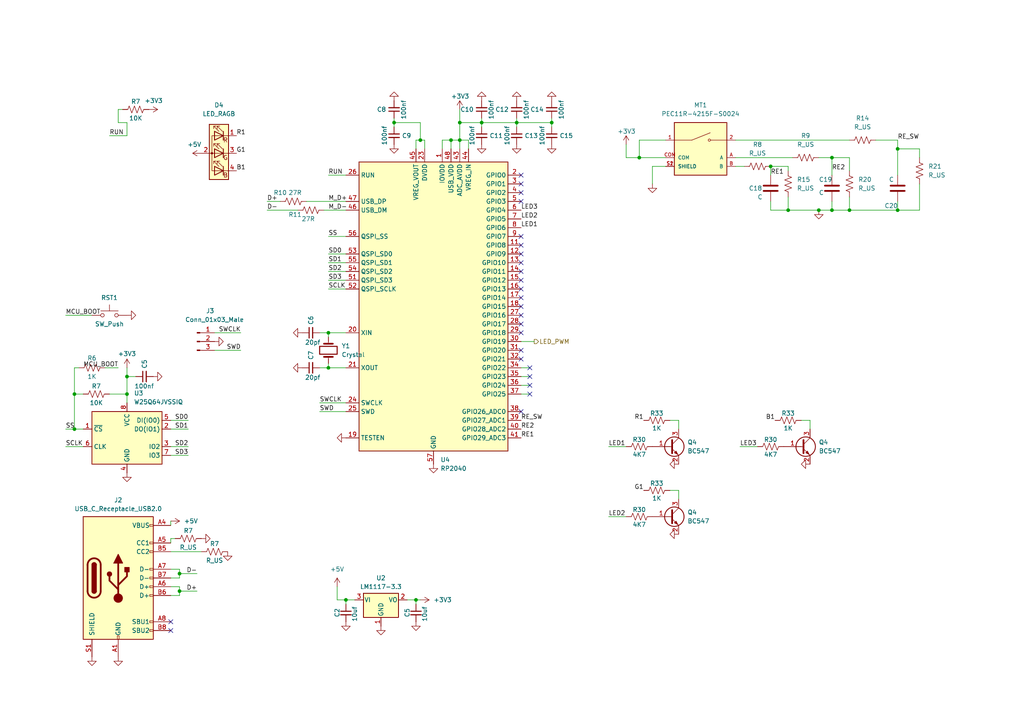
<source format=kicad_sch>
(kicad_sch (version 20230121) (generator eeschema)
  (paper "A4")
  (junction (at 120.65 173.99))
  (junction (at 133.35 35.56))
  (junction (at 121.92 40.64))
  (junction (at 52.07 171.45))
  (junction (at 241.3 60.96))
  (junction (at 228.6 60.96))
  (junction (at 114.3 35.56))
  (junction (at 149.86 35.56))
  (junction (at 21.59 124.46))
  (junction (at 223.52 48.26))
  (junction (at 246.38 60.96))
  (junction (at 260.35 43.18))
  (junction (at 95.25 106.68))
  (junction (at 260.35 60.96))
  (junction (at 52.07 166.37))
  (junction (at 36.83 109.22))
  (junction (at 36.83 114.3))
  (junction (at 95.25 96.52))
  (junction (at 160.02 35.56))
  (junction (at 237.49 60.96))
  (junction (at 100.33 173.99))
  (junction (at 185.42 45.72))
  (junction (at 241.3 45.72))
  (junction (at 139.7 35.56))
  (junction (at 21.59 114.3))
  (junction (at 130.81 40.64))
  (junction (at 133.35 40.64))
  (no_connect (at 153.67 106.68))
  (no_connect (at 151.13 101.6))
  (no_connect (at 151.13 73.66))
  (no_connect (at 151.13 78.74))
  (no_connect (at 151.13 93.98))
  (no_connect (at 151.13 91.44))
  (no_connect (at 151.13 58.42))
  (no_connect (at 151.13 50.8))
  (no_connect (at 49.53 182.88))
  (no_connect (at 49.53 180.34))
  (no_connect (at 151.13 68.58))
  (no_connect (at 151.13 88.9))
  (no_connect (at 151.13 53.34))
  (no_connect (at 151.13 86.36))
  (no_connect (at 151.13 55.88))
  (no_connect (at 151.13 104.14))
  (no_connect (at 153.67 111.76))
  (no_connect (at 151.13 119.38))
  (no_connect (at 153.67 109.22))
  (no_connect (at 153.67 114.3))
  (no_connect (at 151.13 76.2))
  (no_connect (at 151.13 71.12))
  (no_connect (at 151.13 81.28))
  (no_connect (at 151.13 96.52))
  (no_connect (at 151.13 83.82))
  (wire (pts (xy 246.38 57.15) (xy 246.38 60.96)))
  (wire (pts (xy 133.35 31.75) (xy 133.35 35.56)))
  (wire (pts (xy 241.3 58.42) (xy 241.3 60.96)))
  (wire (pts (xy 196.85 121.92) (xy 196.85 124.46)))
  (wire (pts (xy 100.33 173.99) (xy 100.33 175.26)))
  (wire (pts (xy 114.3 34.29) (xy 114.3 35.56)))
  (wire (pts (xy 31.75 39.37) (xy 36.83 39.37)))
  (wire (pts (xy 95.25 50.8) (xy 100.33 50.8)))
  (wire (pts (xy 266.7 60.96) (xy 260.35 60.96)))
  (wire (pts (xy 52.07 171.45) (xy 52.07 172.72)))
  (wire (pts (xy 21.59 124.46) (xy 24.13 124.46)))
  (wire (pts (xy 19.05 124.46) (xy 21.59 124.46)))
  (wire (pts (xy 95.25 78.74) (xy 100.33 78.74)))
  (wire (pts (xy 215.9 48.26) (xy 213.36 48.26)))
  (wire (pts (xy 194.31 121.92) (xy 196.85 121.92)))
  (wire (pts (xy 149.86 35.56) (xy 160.02 35.56)))
  (wire (pts (xy 34.29 31.75) (xy 35.56 31.75)))
  (wire (pts (xy 228.6 49.53) (xy 228.6 48.26)))
  (wire (pts (xy 49.53 156.21) (xy 50.8 156.21)))
  (wire (pts (xy 135.89 40.64) (xy 133.35 40.64)))
  (wire (pts (xy 120.65 40.64) (xy 121.92 40.64)))
  (wire (pts (xy 193.04 40.64) (xy 185.42 40.64)))
  (wire (pts (xy 118.11 173.99) (xy 120.65 173.99)))
  (wire (pts (xy 193.04 45.72) (xy 185.42 45.72)))
  (wire (pts (xy 114.3 35.56) (xy 121.92 35.56)))
  (wire (pts (xy 92.71 116.84) (xy 100.33 116.84)))
  (wire (pts (xy 193.04 48.26) (xy 189.23 48.26)))
  (wire (pts (xy 92.71 106.68) (xy 95.25 106.68)))
  (wire (pts (xy 49.53 129.54) (xy 54.61 129.54)))
  (wire (pts (xy 95.25 106.68) (xy 100.33 106.68)))
  (wire (pts (xy 52.07 166.37) (xy 57.15 166.37)))
  (wire (pts (xy 196.85 142.24) (xy 196.85 144.78)))
  (wire (pts (xy 260.35 60.96) (xy 246.38 60.96)))
  (wire (pts (xy 31.75 114.3) (xy 36.83 114.3)))
  (wire (pts (xy 160.02 35.56) (xy 160.02 36.83)))
  (wire (pts (xy 52.07 170.18) (xy 52.07 171.45)))
  (wire (pts (xy 133.35 43.18) (xy 133.35 40.64)))
  (wire (pts (xy 260.35 58.42) (xy 260.35 60.96)))
  (wire (pts (xy 228.6 60.96) (xy 223.52 60.96)))
  (wire (pts (xy 260.35 40.64) (xy 260.35 43.18)))
  (wire (pts (xy 92.71 96.52) (xy 95.25 96.52)))
  (wire (pts (xy 77.47 58.42) (xy 81.28 58.42)))
  (wire (pts (xy 49.53 132.08) (xy 54.61 132.08)))
  (wire (pts (xy 232.41 121.92) (xy 234.95 121.92)))
  (wire (pts (xy 22.86 106.68) (xy 21.59 106.68)))
  (wire (pts (xy 241.3 45.72) (xy 237.49 45.72)))
  (wire (pts (xy 36.83 109.22) (xy 36.83 114.3)))
  (wire (pts (xy 149.86 35.56) (xy 149.86 36.83)))
  (wire (pts (xy 213.36 40.64) (xy 246.38 40.64)))
  (wire (pts (xy 36.83 114.3) (xy 36.83 116.84)))
  (wire (pts (xy 133.35 35.56) (xy 139.7 35.56)))
  (wire (pts (xy 128.27 40.64) (xy 130.81 40.64)))
  (wire (pts (xy 95.25 76.2) (xy 100.33 76.2)))
  (wire (pts (xy 139.7 35.56) (xy 149.86 35.56)))
  (wire (pts (xy 93.98 60.96) (xy 100.33 60.96)))
  (wire (pts (xy 176.53 149.86) (xy 181.61 149.86)))
  (wire (pts (xy 100.33 173.99) (xy 102.87 173.99)))
  (wire (pts (xy 223.52 48.26) (xy 223.52 50.8)))
  (wire (pts (xy 95.25 81.28) (xy 100.33 81.28)))
  (wire (pts (xy 133.35 40.64) (xy 130.81 40.64)))
  (wire (pts (xy 95.25 73.66) (xy 100.33 73.66)))
  (wire (pts (xy 49.53 165.1) (xy 52.07 165.1)))
  (wire (pts (xy 34.29 35.56) (xy 36.83 35.56)))
  (wire (pts (xy 181.61 45.72) (xy 181.61 41.91)))
  (wire (pts (xy 139.7 35.56) (xy 139.7 36.83)))
  (wire (pts (xy 120.65 173.99) (xy 121.92 173.99)))
  (wire (pts (xy 260.35 40.64) (xy 254 40.64)))
  (wire (pts (xy 151.13 99.06) (xy 154.94 99.06)))
  (wire (pts (xy 151.13 111.76) (xy 153.67 111.76)))
  (wire (pts (xy 49.53 121.92) (xy 54.61 121.92)))
  (wire (pts (xy 120.65 173.99) (xy 120.65 175.26)))
  (wire (pts (xy 135.89 43.18) (xy 135.89 40.64)))
  (wire (pts (xy 213.36 45.72) (xy 229.87 45.72)))
  (wire (pts (xy 62.23 96.52) (xy 69.85 96.52)))
  (wire (pts (xy 241.3 45.72) (xy 241.3 50.8)))
  (wire (pts (xy 49.53 124.46) (xy 54.61 124.46)))
  (wire (pts (xy 19.05 91.44) (xy 26.67 91.44)))
  (wire (pts (xy 120.65 43.18) (xy 120.65 40.64)))
  (wire (pts (xy 95.25 68.58) (xy 100.33 68.58)))
  (wire (pts (xy 49.53 157.48) (xy 49.53 156.21)))
  (wire (pts (xy 121.92 40.64) (xy 123.19 40.64)))
  (wire (pts (xy 39.37 109.22) (xy 36.83 109.22)))
  (wire (pts (xy 88.9 58.42) (xy 100.33 58.42)))
  (wire (pts (xy 77.47 60.96) (xy 86.36 60.96)))
  (wire (pts (xy 97.79 173.99) (xy 100.33 173.99)))
  (wire (pts (xy 49.53 151.13) (xy 49.53 152.4)))
  (wire (pts (xy 34.29 31.75) (xy 34.29 35.56)))
  (wire (pts (xy 36.83 35.56) (xy 36.83 39.37)))
  (wire (pts (xy 21.59 106.68) (xy 21.59 114.3)))
  (wire (pts (xy 160.02 34.29) (xy 160.02 35.56)))
  (wire (pts (xy 266.7 53.34) (xy 266.7 60.96)))
  (wire (pts (xy 95.25 96.52) (xy 95.25 97.79)))
  (wire (pts (xy 49.53 160.02) (xy 58.42 160.02)))
  (wire (pts (xy 52.07 167.64) (xy 49.53 167.64)))
  (wire (pts (xy 228.6 60.96) (xy 237.49 60.96)))
  (wire (pts (xy 246.38 49.53) (xy 246.38 45.72)))
  (wire (pts (xy 62.23 101.6) (xy 69.85 101.6)))
  (wire (pts (xy 266.7 45.72) (xy 266.7 43.18)))
  (wire (pts (xy 228.6 57.15) (xy 228.6 60.96)))
  (wire (pts (xy 139.7 34.29) (xy 139.7 35.56)))
  (wire (pts (xy 185.42 45.72) (xy 181.61 45.72)))
  (wire (pts (xy 128.27 43.18) (xy 128.27 40.64)))
  (wire (pts (xy 189.23 48.26) (xy 189.23 53.34)))
  (wire (pts (xy 246.38 60.96) (xy 241.3 60.96)))
  (wire (pts (xy 151.13 106.68) (xy 153.67 106.68)))
  (wire (pts (xy 52.07 166.37) (xy 52.07 167.64)))
  (wire (pts (xy 52.07 171.45) (xy 57.15 171.45)))
  (wire (pts (xy 246.38 45.72) (xy 241.3 45.72)))
  (wire (pts (xy 123.19 40.64) (xy 123.19 43.18)))
  (wire (pts (xy 95.25 106.68) (xy 95.25 105.41)))
  (wire (pts (xy 151.13 109.22) (xy 153.67 109.22)))
  (wire (pts (xy 223.52 48.26) (xy 228.6 48.26)))
  (wire (pts (xy 21.59 114.3) (xy 21.59 124.46)))
  (wire (pts (xy 223.52 60.96) (xy 223.52 58.42)))
  (wire (pts (xy 97.79 170.18) (xy 97.79 173.99)))
  (wire (pts (xy 149.86 34.29) (xy 149.86 35.56)))
  (wire (pts (xy 24.13 114.3) (xy 21.59 114.3)))
  (wire (pts (xy 194.31 142.24) (xy 196.85 142.24)))
  (wire (pts (xy 95.25 96.52) (xy 100.33 96.52)))
  (wire (pts (xy 30.48 106.68) (xy 34.29 106.68)))
  (wire (pts (xy 214.63 129.54) (xy 219.71 129.54)))
  (wire (pts (xy 19.05 129.54) (xy 24.13 129.54)))
  (wire (pts (xy 241.3 60.96) (xy 237.49 60.96)))
  (wire (pts (xy 114.3 35.56) (xy 114.3 36.83)))
  (wire (pts (xy 176.53 129.54) (xy 181.61 129.54)))
  (wire (pts (xy 52.07 165.1) (xy 52.07 166.37)))
  (wire (pts (xy 92.71 119.38) (xy 100.33 119.38)))
  (wire (pts (xy 133.35 35.56) (xy 133.35 40.64)))
  (wire (pts (xy 95.25 83.82) (xy 100.33 83.82)))
  (wire (pts (xy 121.92 35.56) (xy 121.92 40.64)))
  (wire (pts (xy 52.07 172.72) (xy 49.53 172.72)))
  (wire (pts (xy 130.81 40.64) (xy 130.81 43.18)))
  (wire (pts (xy 151.13 114.3) (xy 153.67 114.3)))
  (wire (pts (xy 260.35 43.18) (xy 260.35 50.8)))
  (wire (pts (xy 234.95 121.92) (xy 234.95 124.46)))
  (wire (pts (xy 185.42 40.64) (xy 185.42 45.72)))
  (wire (pts (xy 36.83 106.68) (xy 36.83 109.22)))
  (wire (pts (xy 266.7 43.18) (xy 260.35 43.18)))
  (wire (pts (xy 49.53 170.18) (xy 52.07 170.18)))
  (label "SS" (at 19.05 124.46 0))
  (label "SD2" (at 95.25 78.74 0))
  (label "RE2" (at 241.3 49.53 0))
  (label "MCU_BOOT" (at 19.05 91.44 0))
  (label "MCU_BOOT" (at 34.29 106.68 180))
  (label "LED2" (at 176.53 149.86 0))
  (label "G1" (at 68.58 44.45 0))
  (label "RUN" (at 31.75 39.37 0))
  (label "RE_SW" (at 260.35 40.64 0))
  (label "SD0" (at 95.25 73.66 0))
  (label "SD1" (at 54.61 124.46 180))
  (label "D-" (at 77.47 60.96 0))
  (label "M_D+" (at 95.25 58.42 0))
  (label "RE1" (at 151.13 127 0))
  (label "B1" (at 68.58 49.53 0))
  (label "SWCLK" (at 69.85 96.52 180))
  (label "D+" (at 57.15 171.45 180))
  (label "D-" (at 57.15 166.37 180))
  (label "M_D-" (at 95.25 60.96 0))
  (label "G1" (at 186.69 142.24 180))
  (label "B1" (at 224.79 121.92 180))
  (label "RUN" (at 95.25 50.8 0))
  (label "SD0" (at 54.61 121.92 180))
  (label "SS" (at 95.25 68.58 0))
  (label "LED3" (at 151.13 60.96 0))
  (label "SWD" (at 69.85 101.6 180))
  (label "R1" (at 186.69 121.92 180))
  (label "LED1" (at 151.13 66.04 0))
  (label "SD3" (at 54.61 132.08 180))
  (label "SCLK" (at 95.25 83.82 0))
  (label "LED3" (at 214.63 129.54 0))
  (label "LED1" (at 176.53 129.54 0))
  (label "D+" (at 77.47 58.42 0))
  (label "R1" (at 68.58 39.37 0))
  (label "SD1" (at 95.25 76.2 0))
  (label "SD3" (at 95.25 81.28 0))
  (label "RE_SW" (at 151.13 121.92 0))
  (label "LED2" (at 151.13 63.5 0))
  (label "SWD" (at 92.71 119.38 0))
  (label "SD2" (at 54.61 129.54 180))
  (label "SCLK" (at 19.05 129.54 0))
  (label "SWCLK" (at 92.71 116.84 0))
  (label "RE2" (at 151.13 124.46 0))
  (label "RE1" (at 223.52 50.8 0))
  (hierarchical_label "LED_PWM" (shape output) (at 154.94 99.06 0))
  (symbol (lib_id "power:GND") (at 125.73 134.62 0) (unit 1)
    (property "Reference" "#PWR033" (effects hide))
    (property "Value" "GND" (effects hide))
    (instances (project "V2_Main" (path "" (reference "#PWR033") (unit 1))) (project "V3_Main" (path "" (reference "#PWR036") (unit 1))) (project "Light-CC" (path "" (reference "#PWR034") (unit 1))) (project "V1_Main" (path "" (reference "#PWR022") (unit 1))))
  )
  (symbol (lib_id "power:GND") (at 44.45 109.22 90) (unit 1)
    (property "Reference" "#PWR022" (effects hide))
    (property "Value" "GND" (effects hide))
    (instances (project "V2_Main" (path "" (reference "#PWR022") (unit 1))) (project "V3_Main" (path "" (reference "#PWR022") (unit 1))) (project "Light-CC" (path "" (reference "#PWR018") (unit 1))) (project "V1_Main" (path "" (reference "#PWR06") (unit 1))))
  )
  (symbol (lib_id "power:GND") (at 160.02 29.21 180) (unit 1)
    (property "Reference" "#PWR043" (effects hide))
    (property "Value" "GND" (effects hide))
    (instances (project "V2_Main" (path "" (reference "#PWR043") (unit 1))) (project "V3_Main" (path "" (reference "#PWR051") (unit 1))) (project "Light-CC" (path "" (reference "#PWR042") (unit 1))) (project "V1_Main" (path "" (reference "#PWR032") (unit 1))))
  )
  (symbol (lib_id "Device:R_US") (at 228.6 53.34 0) (unit 1)
    (property "Reference" "R15" (at 231.14 52.07 0) (effects (justify left)))
    (property "Value" "R_US" (at 231.14 54.61 0) (effects (justify left)))
    (property "Footprint" "Resistor_SMD:R_0603_1608Metric_Pad0.98x0.95mm_HandSolder" (effects hide))
  )
  (symbol (lib_id "power:GND") (at 120.65 180.34 0) (unit 1)
    (property "Reference" "#PWR015" (effects hide))
    (property "Value" "GND" (effects hide))
    (instances (project "V2_Main" (path "" (reference "#PWR015") (unit 1)) (path "" (reference "#PWR015") (unit 1))) (project "V3_Main" (path "" (reference "#PWR011") (unit 1))) (project "Light-CC" (path "" (reference "#PWR015") (unit 1)) (path "" (reference "#PWR040") (unit 1))) (project "V1_Main" (path "" (reference "#PWR015") (unit 1))))
  )
  (symbol (lib_id "Device:C") (at 260.35 54.61 0) (unit 1)
    (property "Reference" "C20" (at 256.54 59.69 0) (effects (justify left)))
    (property "Value" "C" (at 257.81 52.07 0) (effects (justify left)))
    (property "Footprint" "Capacitor_SMD:C_0603_1608Metric_Pad1.08x0.95mm_HandSolder" (effects hide))
  )
  (symbol (lib_id "Device:R_US") (at 266.7 49.53 0) (unit 1)
    (property "Reference" "R21" (at 269.24 48.26 0) (effects (justify left)))
    (property "Value" "R_US" (at 269.24 50.8 0) (effects (justify left)))
    (property "Footprint" "Resistor_SMD:R_0603_1608Metric_Pad0.98x0.95mm_HandSolder" (effects hide))
  )
  (symbol (lib_id "power:GND") (at 234.95 134.62 270) (unit 1)
    (property "Reference" "#PWR093" (effects hide))
    (property "Value" "GND" (effects hide))
    (instances (project "V2_Main" (path "" (reference "#PWR093") (unit 1)) (path "" (reference "#PWR0138") (unit 1))) (project "V3_Main" (path "" (reference "#PWR076") (unit 1))) (project "Light-CC" (path "" (reference "#PWR055") (unit 1))) (project "V1_Main" (path "" (reference "#PWR079") (unit 1))))
  )
  (symbol (lib_id "Device:R_US") (at 190.5 121.92 90) (unit 1)
    (property "Reference" "R33" (at 190.5 119.888 90))
    (property "Value" "1K" (at 190.5 124.206 90))
    (property "Footprint" "Resistor_SMD:R_0603_1608Metric" (effects hide))
    (instances (project "V2_Main" (path "" (reference "R33") (unit 1)) (path "" (reference "R57") (unit 1))) (project "V3_Main" (path "" (reference "R16") (unit 1))) (project "Light-CC" (path "" (reference "R18") (unit 1))) (project "V1_Main" (path "" (reference "R28") (unit 1))))
  )
  (symbol (lib_id "Device:C_Small") (at 139.7 31.75 180) (unit 1)
    (property "Reference" "C10" (at 137.414 31.75 0) (effects (justify left)))
    (property "Value" "100nf" (at 142.494 28.956 90) (effects (justify left)))
    (property "Footprint" "Capacitor_SMD:C_0603_1608Metric" (effects hide))
    (instances (project "V2_Main" (path "" (reference "C10") (unit 1))) (project "V3_Main" (path "" (reference "C10") (unit 1))) (project "Light-CC" (path "" (reference "C10") (unit 1))) (project "V1_Main" (path "" (reference "C8") (unit 1))))
  )
  (symbol (lib_id "power:GND") (at 196.85 134.62 270) (unit 1)
    (property "Reference" "#PWR093" (effects hide))
    (property "Value" "GND" (effects hide))
    (instances (project "V2_Main" (path "" (reference "#PWR093") (unit 1)) (path "" (reference "#PWR0138") (unit 1))) (project "V3_Main" (path "" (reference "#PWR064") (unit 1))) (project "Light-CC" (path "" (reference "#PWR046") (unit 1))) (project "V1_Main" (path "" (reference "#PWR079") (unit 1))))
  )
  (symbol (lib_id "Device:R_US") (at 90.17 60.96 90) (unit 1)
    (property "Reference" "R11" (at 85.598 62.23 90))
    (property "Value" "27R" (at 89.408 63.5 90))
    (property "Footprint" "Resistor_SMD:R_0603_1608Metric" (effects hide))
    (instances (project "V2_Main" (path "" (reference "R11") (unit 1))) (project "V3_Main" (path "" (reference "R13") (unit 1))) (project "Light-CC" (path "" (reference "R13") (unit 1))) (project "V1_Main" (path "" (reference "R6") (unit 1))))
  )
  (symbol (lib_id "Device:C") (at 241.3 54.61 0) (unit 1)
    (property "Reference" "C19" (at 237.49 52.07 0) (effects (justify left)))
    (property "Value" "C" (at 237.49 55.88 0) (effects (justify left)))
    (property "Footprint" "Capacitor_SMD:C_0603_1608Metric_Pad1.08x0.95mm_HandSolder" (effects hide))
  )
  (symbol (lib_id "Device:R_US") (at 228.6 121.92 90) (unit 1)
    (property "Reference" "R33" (at 228.6 119.888 90))
    (property "Value" "1K" (at 228.6 124.206 90))
    (property "Footprint" "Resistor_SMD:R_0603_1608Metric" (effects hide))
    (instances (project "V2_Main" (path "" (reference "R33") (unit 1)) (path "" (reference "R57") (unit 1))) (project "V3_Main" (path "" (reference "R27") (unit 1))) (project "Light-CC" (path "" (reference "R26") (unit 1))) (project "V1_Main" (path "" (reference "R28") (unit 1))))
  )
  (symbol (lib_id "Device:C_Small") (at 114.3 31.75 180) (unit 1)
    (property "Reference" "C8" (at 112.014 31.75 0) (effects (justify left)))
    (property "Value" "100nf" (at 117.094 28.956 90) (effects (justify left)))
    (property "Footprint" "Capacitor_SMD:C_0603_1608Metric" (effects hide))
    (instances (project "V2_Main" (path "" (reference "C8") (unit 1))) (project "V3_Main" (path "" (reference "C8") (unit 1))) (project "Light-CC" (path "" (reference "C8") (unit 1))) (project "V1_Main" (path "" (reference "C6") (unit 1))))
  )
  (symbol (lib_id "Device:C_Small") (at 149.86 39.37 0) (unit 1)
    (property "Reference" "C13" (at 152.146 39.37 0) (effects (justify left)))
    (property "Value" "100nf" (at 147.066 42.164 90) (effects (justify left)))
    (property "Footprint" "Capacitor_SMD:C_0603_1608Metric" (effects hide))
    (instances (project "V2_Main" (path "" (reference "C13") (unit 1))) (project "V3_Main" (path "" (reference "C13") (unit 1))) (project "Light-CC" (path "" (reference "C13") (unit 1))) (project "V1_Main" (path "" (reference "C11") (unit 1))))
  )
  (symbol (lib_id "Memory_Flash:W25Q32JVSS") (at 36.83 127 0) (unit 1)
    (property "Reference" "U3" (at 38.8494 114.046 0) (effects (justify left)))
    (property "Value" "W25Q64JVSSIQ" (at 38.8494 116.586 0) (effects (justify left)))
    (property "Footprint" "Package_SO:SOIC-8_5.23x5.23mm_P1.27mm" (effects hide))
    (property "Datasheet" "https://www.ktron.in/wp-content/uploads/2021/04/KSTI0786-W25Q64JVSSIQ-Datasheet.pdf" (effects hide))
    (instances (project "V2_Main" (path "" (reference "U3") (unit 1))) (project "V3_Main" (path "" (reference "U3") (unit 1))) (project "Light-CC" (path "" (reference "U3") (unit 1))) (project "V1_Main" (path "" (reference "U1") (unit 1))))
  )
  (symbol (lib_id "power:GND") (at 110.49 181.61 0) (unit 1)
    (property "Reference" "#PWR012" (effects hide))
    (property "Value" "GND" (effects hide))
    (instances (project "V2_Main" (path "" (reference "#PWR012") (unit 1)) (path "" (reference "#PWR014") (unit 1))) (project "V3_Main" (path "" (reference "#PWR09") (unit 1))) (project "Light-CC" (path "" (reference "#PWR014") (unit 1)) (path "" (reference "#PWR031") (unit 1))) (project "V1_Main" (path "" (reference "#PWR012") (unit 1))))
  )
  (symbol (lib_id "MCU_RaspberryPi:RP2040") (at 125.73 88.9 0) (unit 1)
    (property "Reference" "U4" (at 127.7494 133.35 0) (effects (justify left)))
    (property "Value" "RP2040" (at 127.7494 135.89 0) (effects (justify left)))
    (property "Footprint" "RP2040:QFN-56-1EP_7x7mm_P0.4mm_EP5.6x5.6mm_copy" (effects hide))
    (property "Datasheet" "https://datasheets.raspberrypi.com/rp2040/rp2040-datasheet.pdf" (effects hide))
    (instances (project "V2_Main" (path "" (reference "U4") (unit 1))) (project "V3_Main" (path "" (reference "U4") (unit 1))) (project "Light-CC" (path "" (reference "U4") (unit 1))) (project "V1_Main" (path "" (reference "U3") (unit 1))))
  )
  (symbol (lib_id "Mosfet:BJT") (at 194.31 149.86 0) (unit 1)
    (property "Reference" "Q4" (at 199.39 148.5899 0) (effects (justify left)))
    (property "Value" "BC547" (at 199.39 151.1299 0) (effects (justify left)))
    (property "Footprint" "Package_TO_SOT_SMD:SOT-23" (effects hide))
    (instances (project "V2_Main" (path "" (reference "Q4") (unit 1)) (path "" (reference "Q9") (unit 1))) (project "V3_Main" (path "" (reference "Q3") (unit 1))) (project "Light-CC" (path "" (reference "Q2") (unit 1))) (project "V1_Main" (path "" (reference "Q3") (unit 1))))
  )
  (symbol (lib_id "Device:C_Small") (at 100.33 177.8 0) (unit 1)
    (property "Reference" "C2" (at 97.79 179.07 90) (effects (justify left)))
    (property "Value" "10uf" (at 102.87 180.34 90) (effects (justify left)))
    (property "Footprint" "Capacitor_SMD:C_0805_2012Metric" (effects hide))
    (instances (project "V2_Main" (path "" (reference "C2") (unit 1)) (path "" (reference "C3") (unit 1))) (project "V3_Main" (path "" (reference "C2") (unit 1))) (project "Light-CC" (path "" (reference "C16") (unit 1)) (path "" (reference "C24") (unit 1))) (project "V1_Main" (path "" (reference "C2") (unit 1))))
  )
  (symbol (lib_id "power:GND") (at 34.29 190.5 0) (unit 1)
    (property "Reference" "#PWR019" (effects hide))
    (property "Value" "GND" (effects hide))
    (instances (project "V2_Main" (path "" (reference "#PWR019") (unit 1))) (project "V3_Main" (path "" (reference "#PWR019") (unit 1))) (project "Light-CC" (path "" (reference "#PWR010") (unit 1))) (project "V1_Main" (path "" (reference "#PWR03") (unit 1))))
  )
  (symbol (lib_id "Device:R_US") (at 250.19 40.64 90) (unit 1)
    (property "Reference" "R14" (at 250.19 34.29 90))
    (property "Value" "R_US" (at 250.19 36.83 90))
    (property "Footprint" "Resistor_SMD:R_0603_1608Metric_Pad0.98x0.95mm_HandSolder" (effects hide))
  )
  (symbol (lib_id "Mosfet:BJT") (at 194.31 129.54 0) (unit 1)
    (property "Reference" "Q4" (at 199.39 128.2699 0) (effects (justify left)))
    (property "Value" "BC547" (at 199.39 130.8099 0) (effects (justify left)))
    (property "Footprint" "Package_TO_SOT_SMD:SOT-23" (effects hide))
    (instances (project "V2_Main" (path "" (reference "Q4") (unit 1)) (path "" (reference "Q10") (unit 1))) (project "V3_Main" (path "" (reference "Q2") (unit 1))) (project "Light-CC" (path "" (reference "Q1") (unit 1))) (project "V1_Main" (path "" (reference "Q3") (unit 1))))
  )
  (symbol (lib_id "Device:R_US") (at 26.67 106.68 90) (unit 1)
    (property "Reference" "R6" (at 26.67 103.886 90))
    (property "Value" "1K" (at 26.67 109.22 90))
    (property "Footprint" "Resistor_SMD:R_0603_1608Metric" (effects hide))
    (instances (project "V2_Main" (path "" (reference "R6") (unit 1))) (project "V3_Main" (path "" (reference "R6") (unit 1))) (project "Light-CC" (path "" (reference "R6") (unit 1))) (project "V1_Main" (path "" (reference "R1") (unit 1))))
  )
  (symbol (lib_id "Device:R_US") (at 190.5 142.24 90) (unit 1)
    (property "Reference" "R33" (at 190.5 140.208 90))
    (property "Value" "1K" (at 190.5 144.526 90))
    (property "Footprint" "Resistor_SMD:R_0603_1608Metric" (effects hide))
    (instances (project "V2_Main" (path "" (reference "R33") (unit 1)) (path "" (reference "R54") (unit 1))) (project "V3_Main" (path "" (reference "R17") (unit 1))) (project "Light-CC" (path "" (reference "R19") (unit 1))) (project "V1_Main" (path "" (reference "R28") (unit 1))))
  )
  (symbol (lib_id "Device:R_US") (at 27.94 114.3 90) (unit 1)
    (property "Reference" "R7" (at 27.94 112.014 90))
    (property "Value" "10K" (at 27.94 116.84 90))
    (property "Footprint" "Resistor_SMD:R_0603_1608Metric" (effects hide))
    (instances (project "V2_Main" (path "" (reference "R7") (unit 1))) (project "V3_Main" (path "" (reference "R9") (unit 1))) (project "Light-CC" (path "" (reference "R7") (unit 1))) (project "V1_Main" (path "" (reference "R2") (unit 1))))
  )
  (symbol (lib_id "Device:C_Small") (at 90.17 96.52 90) (unit 1)
    (property "Reference" "C6" (at 90.17 94.234 0) (effects (justify left)))
    (property "Value" "20pf" (at 92.964 99.314 90) (effects (justify left)))
    (property "Footprint" "Capacitor_SMD:C_0603_1608Metric" (effects hide))
    (instances (project "V2_Main" (path "" (reference "C6") (unit 1))) (project "V3_Main" (path "" (reference "C6") (unit 1))) (project "Light-CC" (path "" (reference "C6") (unit 1))) (project "V1_Main" (path "" (reference "C3") (unit 1))))
  )
  (symbol (lib_id "Device:R_US") (at 39.37 31.75 90) (unit 1)
    (property "Reference" "R7" (at 39.37 29.464 90))
    (property "Value" "10K" (at 39.37 34.29 90))
    (property "Footprint" "Resistor_SMD:R_0603_1608Metric" (effects hide))
    (instances (project "V2_Main" (path "" (reference "R7") (unit 1))) (project "V3_Main" (path "" (reference "R77") (unit 1))) (project "Light-CC" (path "" (reference "R5") (unit 1))) (project "V1_Main" (path "" (reference "R2") (unit 1))))
  )
  (symbol (lib_id "power:GND") (at 87.63 96.52 270) (unit 1)
    (property "Reference" "#PWR026" (effects hide))
    (property "Value" "GND" (effects hide))
    (instances (project "V2_Main" (path "" (reference "#PWR026") (unit 1))) (project "V3_Main" (path "" (reference "#PWR029") (unit 1))) (project "Light-CC" (path "" (reference "#PWR027") (unit 1))) (project "V1_Main" (path "" (reference "#PWR013") (unit 1))))
  )
  (symbol (lib_id "power:GND") (at 62.23 99.06 90) (unit 1)
    (property "Reference" "#PWR028" (effects hide))
    (property "Value" "GND" (effects hide))
    (instances (project "V2_Main" (path "" (reference "#PWR028") (unit 1))) (project "V3_Main" (path "" (reference "#PWR037") (unit 1))) (project "Light-CC" (path "" (reference "#PWR022") (unit 1))) (project "V1_Main" (path "" (reference "#PWR017") (unit 1))))
  )
  (symbol (lib_id "Device:C_Small") (at 149.86 31.75 180) (unit 1)
    (property "Reference" "C12" (at 147.574 31.75 0) (effects (justify left)))
    (property "Value" "100nf" (at 152.654 28.956 90) (effects (justify left)))
    (property "Footprint" "Capacitor_SMD:C_0603_1608Metric" (effects hide))
    (instances (project "V2_Main" (path "" (reference "C12") (unit 1))) (project "V3_Main" (path "" (reference "C12") (unit 1))) (project "Light-CC" (path "" (reference "C12") (unit 1))) (project "V1_Main" (path "" (reference "C10") (unit 1))))
  )
  (symbol (lib_id "power:GND") (at 87.63 106.68 270) (unit 1)
    (property "Reference" "#PWR027" (effects hide))
    (property "Value" "GND" (effects hide))
    (instances (project "V2_Main" (path "" (reference "#PWR027") (unit 1))) (project "V3_Main" (path "" (reference "#PWR030") (unit 1))) (project "Light-CC" (path "" (reference "#PWR028") (unit 1))) (project "V1_Main" (path "" (reference "#PWR014") (unit 1))))
  )
  (symbol (lib_id "power:+3V3") (at 133.35 31.75 0) (unit 1)
    (property "Reference" "#PWR034" (effects hide))
    (property "Value" "+3V3" (at 130.81 27.94 0) (effects (justify left)))
    (instances (project "V2_Main" (path "" (reference "#PWR034") (unit 1))) (project "V3_Main" (path "" (reference "#PWR044") (unit 1))) (project "Light-CC" (path "" (reference "#PWR035") (unit 1))) (project "V1_Main" (path "" (reference "#PWR023") (unit 1))))
  )
  (symbol (lib_id "Device:C") (at 223.52 54.61 0) (unit 1)
    (property "Reference" "C18" (at 217.17 54.61 0) (effects (justify left)))
    (property "Value" "C" (at 219.71 57.15 0) (effects (justify left)))
    (property "Footprint" "Capacitor_SMD:C_0603_1608Metric_Pad1.08x0.95mm_HandSolder" (effects hide))
  )
  (symbol (lib_id "power:+3V3") (at 121.92 173.99 270) (unit 1)
    (property "Reference" "#PWR016" (effects hide))
    (property "Value" "+3V3" (at 125.73 173.9899 90) (effects (justify left)))
    (instances (project "V2_Main" (path "" (reference "#PWR016") (unit 1)) (path "" (reference "#PWR016") (unit 1))) (project "V3_Main" (path "" (reference "#PWR012") (unit 1))) (project "Light-CC" (path "" (reference "#PWR016") (unit 1)) (path "" (reference "#PWR041") (unit 1))) (project "V1_Main" (path "" (reference "#PWR016") (unit 1))))
  )
  (symbol (lib_id "power:GND") (at 189.23 53.34 0) (unit 1)
    (property "Reference" "#PWR093" (effects hide))
    (property "Value" "GND" (effects hide))
    (instances (project "V2_Main" (path "" (reference "#PWR093") (unit 1)) (path "" (reference "#PWR0134") (unit 1))) (project "V3_Main" (path "" (reference "#PWR065") (unit 1))) (project "Light-CC" (path "" (reference "#PWR01") (unit 1))) (project "V1_Main" (path "" (reference "#PWR079") (unit 1))))
  )
  (symbol (lib_id "power:GND") (at 36.83 137.16 0) (unit 1)
    (property "Reference" "#PWR021" (effects hide))
    (property "Value" "GND" (effects hide))
    (instances (project "V2_Main" (path "" (reference "#PWR021") (unit 1))) (project "V3_Main" (path "" (reference "#PWR021") (unit 1))) (project "Light-CC" (path "" (reference "#PWR012") (unit 1))) (project "V1_Main" (path "" (reference "#PWR05") (unit 1))))
  )
  (symbol (lib_id "Device:C_Small") (at 90.17 106.68 90) (unit 1)
    (property "Reference" "C7" (at 90.17 104.394 0) (effects (justify left)))
    (property "Value" "20pf" (at 92.964 109.474 90) (effects (justify left)))
    (property "Footprint" "Capacitor_SMD:C_0603_1608Metric" (effects hide))
    (instances (project "V2_Main" (path "" (reference "C7") (unit 1))) (project "V3_Main" (path "" (reference "C7") (unit 1))) (project "Light-CC" (path "" (reference "C7") (unit 1))) (project "V1_Main" (path "" (reference "C4") (unit 1))))
  )
  (symbol (lib_id "Device:Crystal") (at 95.25 101.6 90) (unit 1)
    (property "Reference" "Y1" (at 99.06 100.3299 90) (effects (justify right)))
    (property "Value" "Crystal" (at 99.06 102.8699 90) (effects (justify right)))
    (property "Footprint" "Crystal:Crystal_HC49-4H_Vertical" (effects hide))
  )
  (symbol (lib_id "Mosfet:BJT") (at 232.41 129.54 0) (unit 1)
    (property "Reference" "Q4" (at 237.49 128.2699 0) (effects (justify left)))
    (property "Value" "BC547" (at 237.49 130.8099 0) (effects (justify left)))
    (property "Footprint" "Package_TO_SOT_SMD:SOT-23" (effects hide))
    (instances (project "V2_Main" (path "" (reference "Q4") (unit 1)) (path "" (reference "Q10") (unit 1))) (project "V3_Main" (path "" (reference "Q4") (unit 1))) (project "Light-CC" (path "" (reference "Q3") (unit 1))) (project "V1_Main" (path "" (reference "Q3") (unit 1))))
  )
  (symbol (lib_id "power:+5V") (at 97.79 170.18 0) (unit 1)
    (property "Reference" "#PWR025" (effects hide))
    (property "Value" "+5V" (at 97.79 165.1 0))
    (instances (project "V2_Main" (path "" (reference "#PWR025") (unit 1))) (project "V3_Main" (path "" (reference "#PWR025") (unit 1))) (project "Light-CC" (path "" (reference "#PWR04") (unit 1))) (project "V1_Main" (path "" (reference "#PWR09") (unit 1))))
  )
  (symbol (lib_id "Device:R_US") (at 62.23 160.02 90) (unit 1)
    (property "Reference" "R7" (at 62.23 157.734 90))
    (property "Value" "R_US" (at 62.23 162.56 90))
    (property "Footprint" "Resistor_SMD:R_0603_1608Metric" (effects hide))
    (instances (project "V2_Main" (path "" (reference "R7") (unit 1))) (project "V3_Main" (path "" (reference "R11") (unit 1))) (project "Light-CC" (path "" (reference "R11") (unit 1))) (project "V1_Main" (path "" (reference "R2") (unit 1))))
  )
  (symbol (lib_id "power:+5V") (at 49.53 151.13 270) (unit 1)
    (property "Reference" "#PWR025" (effects hide))
    (property "Value" "+5V" (at 53.34 151.1299 90) (effects (justify left)))
    (instances (project "V2_Main" (path "" (reference "#PWR025") (unit 1))) (project "V3_Main" (path "" (reference "#PWR025") (unit 1))) (project "Light-CC" (path "" (reference "#PWR019") (unit 1))) (project "V1_Main" (path "" (reference "#PWR09") (unit 1))))
  )
  (symbol (lib_id "Connector:Conn_01x03_Male") (at 57.15 99.06 0) (unit 1)
    (property "Reference" "J3" (at 60.96 90.17 0))
    (property "Value" "Conn_01x03_Male" (at 62.23 92.71 0))
    (property "Footprint" "Connector_PinHeader_2.54mm:PinHeader_1x03_P2.54mm_Vertical" (effects hide))
    (instances (project "V2_Main" (path "" (reference "J3") (unit 1))) (project "V3_Main" (path "" (reference "DBUG1") (unit 1))) (project "Light-CC" (path "" (reference "J4") (unit 1))) (project "V1_Main" (path "" (reference "J2") (unit 1))))
  )
  (symbol (lib_id "power:GND") (at 139.7 41.91 0) (mirror y) (unit 1)
    (property "Reference" "#PWR037" (effects hide))
    (property "Value" "GND" (effects hide))
    (instances (project "V2_Main" (path "" (reference "#PWR037") (unit 1))) (project "V3_Main" (path "" (reference "#PWR046") (unit 1))) (project "Light-CC" (path "" (reference "#PWR037") (unit 1))) (project "V1_Main" (path "" (reference "#PWR026") (unit 1))))
  )
  (symbol (lib_id "power:GND") (at 36.83 91.44 90) (unit 1)
    (property "Reference" "#PWR024" (effects hide))
    (property "Value" "GND" (effects hide))
    (instances (project "V2_Main" (path "" (reference "#PWR024") (unit 1))) (project "V3_Main" (path "" (reference "#PWR024") (unit 1))) (project "Light-CC" (path "" (reference "#PWR05") (unit 1))) (project "V1_Main" (path "" (reference "#PWR08") (unit 1))))
  )
  (symbol (lib_id "power:GND") (at 66.04 160.02 0) (unit 1)
    (property "Reference" "#PWR0139" (effects hide))
    (property "Value" "GND" (effects hide))
    (instances (project "V2_Main" (path "" (reference "#PWR0139") (unit 1))) (project "V3_Main" (path "" (reference "#PWR027") (unit 1))) (project "Light-CC" (path "" (reference "#PWR025") (unit 1))) (project "V1_Main" (path "" (reference "#PWR03") (unit 1))))
  )
  (symbol (lib_id "power:GND") (at 26.67 190.5 0) (unit 1)
    (property "Reference" "#PWR018" (effects hide))
    (property "Value" "GND" (effects hide))
    (instances (project "V2_Main" (path "" (reference "#PWR018") (unit 1))) (project "V3_Main" (path "" (reference "#PWR018") (unit 1))) (project "Light-CC" (path "" (reference "#PWR03") (unit 1))) (project "V1_Main" (path "" (reference "#PWR02") (unit 1))))
  )
  (symbol (lib_id "Device:C_Small") (at 139.7 39.37 0) (unit 1)
    (property "Reference" "C11" (at 141.986 39.37 0) (effects (justify left)))
    (property "Value" "100nf" (at 136.906 42.164 90) (effects (justify left)))
    (property "Footprint" "Capacitor_SMD:C_0603_1608Metric" (effects hide))
    (instances (project "V2_Main" (path "" (reference "C11") (unit 1))) (project "V3_Main" (path "" (reference "C11") (unit 1))) (project "Light-CC" (path "" (reference "C11") (unit 1))) (project "V1_Main" (path "" (reference "C9") (unit 1))))
  )
  (symbol (lib_id "Device:R_US") (at 233.68 45.72 90) (unit 1)
    (property "Reference" "R9" (at 233.68 39.37 90))
    (property "Value" "R_US" (at 233.68 41.91 90))
    (property "Footprint" "Resistor_SMD:R_0603_1608Metric_Pad0.98x0.95mm_HandSolder" (effects hide))
  )
  (symbol (lib_id "Device:R_US") (at 223.52 129.54 90) (unit 1)
    (property "Reference" "R30" (at 223.52 127.508 90))
    (property "Value" "4K7" (at 223.52 131.826 90))
    (property "Footprint" "Resistor_SMD:R_0603_1608Metric" (effects hide))
    (instances (project "V2_Main" (path "" (reference "R30") (unit 1)) (path "" (reference "R56") (unit 1))) (project "V3_Main" (path "" (reference "R23") (unit 1))) (project "Light-CC" (path "" (reference "R24") (unit 1))) (project "V1_Main" (path "" (reference "R25") (unit 1))))
  )
  (symbol (lib_id "Device:R_US") (at 219.71 48.26 270) (unit 1)
    (property "Reference" "R8" (at 219.71 41.91 90))
    (property "Value" "R_US" (at 219.71 44.45 90))
    (property "Footprint" "Resistor_SMD:R_0603_1608Metric_Pad0.98x0.95mm_HandSolder" (effects hide))
  )
  (symbol (lib_id "power:+3V3") (at 43.18 31.75 270) (unit 1)
    (property "Reference" "#PWR034" (effects hide))
    (property "Value" "+3V3" (at 41.91 29.21 90) (effects (justify left)))
    (instances (project "V2_Main" (path "" (reference "#PWR034") (unit 1))) (project "V3_Main" (path "" (reference "#PWR0165") (unit 1))) (project "Light-CC" (path "" (reference "#PWR02") (unit 1))) (project "V1_Main" (path "" (reference "#PWR023") (unit 1))))
  )
  (symbol (lib_id "Device:R_US") (at 185.42 149.86 90) (unit 1)
    (property "Reference" "R30" (at 185.42 147.828 90))
    (property "Value" "4K7" (at 185.42 152.146 90))
    (property "Footprint" "Resistor_SMD:R_0603_1608Metric" (effects hide))
    (instances (project "V2_Main" (path "" (reference "R30") (unit 1)) (path "" (reference "R53") (unit 1))) (project "V3_Main" (path "" (reference "R15") (unit 1))) (project "Light-CC" (path "" (reference "R17") (unit 1))) (project "V1_Main" (path "" (reference "R25") (unit 1))))
  )
  (symbol (lib_id "Device:R_US") (at 246.38 53.34 0) (unit 1)
    (property "Reference" "R20" (at 248.92 52.07 0) (effects (justify left)))
    (property "Value" "R_US" (at 248.92 54.61 0) (effects (justify left)))
    (property "Footprint" "Resistor_SMD:R_0603_1608Metric_Pad0.98x0.95mm_HandSolder" (effects hide))
  )
  (symbol (lib_id "Device:C_Small") (at 114.3 39.37 0) (unit 1)
    (property "Reference" "C9" (at 116.586 39.37 0) (effects (justify left)))
    (property "Value" "100nf" (at 111.506 42.164 90) (effects (justify left)))
    (property "Footprint" "Capacitor_SMD:C_0603_1608Metric" (effects hide))
    (instances (project "V2_Main" (path "" (reference "C9") (unit 1))) (project "V3_Main" (path "" (reference "C9") (unit 1))) (project "Light-CC" (path "" (reference "C9") (unit 1))) (project "V1_Main" (path "" (reference "C7") (unit 1))))
  )
  (symbol (lib_id "Device:C_Small") (at 160.02 31.75 180) (unit 1)
    (property "Reference" "C14" (at 157.734 31.75 0) (effects (justify left)))
    (property "Value" "100nf" (at 162.814 28.956 90) (effects (justify left)))
    (property "Footprint" "Capacitor_SMD:C_0603_1608Metric" (effects hide))
    (instances (project "V2_Main" (path "" (reference "C14") (unit 1))) (project "V3_Main" (path "" (reference "C14") (unit 1))) (project "Light-CC" (path "" (reference "C14") (unit 1))) (project "V1_Main" (path "" (reference "C12") (unit 1))))
  )
  (symbol (lib_id "power:GND") (at 114.3 29.21 180) (unit 1)
    (property "Reference" "#PWR030" (effects hide))
    (property "Value" "GND" (effects hide))
    (instances (project "V2_Main" (path "" (reference "#PWR030") (unit 1))) (project "V3_Main" (path "" (reference "#PWR034") (unit 1))) (project "Light-CC" (path "" (reference "#PWR032") (unit 1))) (project "V1_Main" (path "" (reference "#PWR019") (unit 1))))
  )
  (symbol (lib_id "power:GND") (at 160.02 41.91 0) (mirror y) (unit 1)
    (property "Reference" "#PWR044" (effects hide))
    (property "Value" "GND" (effects hide))
    (instances (project "V2_Main" (path "" (reference "#PWR044") (unit 1))) (project "V3_Main" (path "" (reference "#PWR052") (unit 1))) (project "Light-CC" (path "" (reference "#PWR043") (unit 1))) (project "V1_Main" (path "" (reference "#PWR033") (unit 1))))
  )
  (symbol (lib_id "Switch:SW_Push") (at 31.75 91.44 0) (unit 1)
    (property "Reference" "RST1" (at 31.75 86.36 0))
    (property "Value" "SW_Push" (at 31.75 93.98 0))
    (property "Footprint" "Button_Switch_SMD:SW_SPST_SKQG_WithStem" (effects hide))
    (property "Datasheet" "~https://www.ktron.in/product/4x4x1-5mm-smd-tactile-switch/" (effects hide))
    (instances (project "V2_Main" (path "" (reference "RST1") (unit 1))) (project "V3_Main" (path "" (reference "BOOT1") (unit 1))) (project "Light-CC" (path "" (reference "RST1") (unit 1))) (project "V1_Main" (path "" (reference "SW2") (unit 1))))
  )
  (symbol (lib_id "power:GND") (at 58.42 156.21 90) (unit 1)
    (property "Reference" "#PWR0139" (effects hide))
    (property "Value" "GND" (effects hide))
    (instances (project "V2_Main" (path "" (reference "#PWR0139") (unit 1))) (project "V3_Main" (path "" (reference "#PWR026") (unit 1))) (project "Light-CC" (path "" (reference "#PWR021") (unit 1))) (project "V1_Main" (path "" (reference "#PWR03") (unit 1))))
  )
  (symbol (lib_id "Connector:USB_C_Receptacle_USB2.0") (at 34.29 167.64 0) (unit 1)
    (property "Reference" "J2" (at 34.29 145.034 0))
    (property "Value" "USB_C_Receptacle_USB2.0" (at 34.29 147.574 0))
    (property "Footprint" "USB:USB_C_Receptacle_Palconn_UTC16-G" (effects hide))
    (property "Datasheet" "https://www.usb.org/sites/default/files/documents/usb_type-c.zip" (effects hide))
    (instances (project "V2_Main" (path "" (reference "J2") (unit 1))) (project "V3_Main" (path "" (reference "MCU1") (unit 1))) (project "Light-CC" (path "" (reference "J3") (unit 1))) (project "V1_Main" (path "" (reference "J1") (unit 1))))
  )
  (symbol (lib_id "RotaryEncoder:PEC11R-4215F-S0024") (at 203.2 43.18 0) (unit 1)
    (property "Reference" "MT1" (at 203.2 30.48 0))
    (property "Value" "PEC11R-4215F-S0024" (at 203.2 33.02 0))
    (property "Footprint" "Rotary:XDCR_PEC11R-4215F-S0024" (effects hide))
    (property "MF" "Bourns" (effects hide))
    (property "MAXIMUM_PACKAGE_HEIGHT" "21.5 mm" (effects hide))
    (property "Package" "None" (effects hide))
    (property "Price" "None" (effects hide))
    (property "Check_prices" "https://www.snapeda.com/parts/PEC11R-4215F-S0024/Bourns/view-part/?ref=eda" (effects hide))
    (property "STANDARD" "Manufacturer Recommendations" (effects hide))
    (property "PARTREV" "Rev. 09/19" (effects hide))
    (property "SnapEDA_Link" "https://www.snapeda.com/parts/PEC11R-4215F-S0024/Bourns/view-part/?ref=snap" (effects hide))
    (property "MP" "PEC11R-4215F-S0024" (effects hide))
    (property "Purchase-URL" "https://www.snapeda.com/api/url_track_click_mouser/?unipart_id=428605&manufacturer=Bourns&part_name=PEC11R-4215F-S0024&search_term=None" (effects hide))
    (property "Description" "\nEncoder,Rotary,24 Detents,15 mm, Shaft,Switch | Bourns PEC11R-4215F-S0024\n" (effects hide))
    (property "Availability" "In Stock" (effects hide))
    (property "MANUFACTURER" "J.W.Miller/Bourns" (effects hide))
  )
  (symbol (lib_id "Device:R_US") (at 54.61 156.21 90) (unit 1)
    (property "Reference" "R7" (at 54.61 153.924 90))
    (property "Value" "R_US" (at 54.61 158.75 90))
    (property "Footprint" "Resistor_SMD:R_0603_1608Metric" (effects hide))
    (instances (project "V2_Main" (path "" (reference "R7") (unit 1))) (project "V3_Main" (path "" (reference "R10") (unit 1))) (project "Light-CC" (path "" (reference "R10") (unit 1))) (project "V1_Main" (path "" (reference "R2") (unit 1))))
  )
  (symbol (lib_id "Device:C_Small") (at 160.02 39.37 0) (unit 1)
    (property "Reference" "C15" (at 162.306 39.37 0) (effects (justify left)))
    (property "Value" "100nf" (at 157.226 42.164 90) (effects (justify left)))
    (property "Footprint" "Capacitor_SMD:C_0603_1608Metric" (effects hide))
    (instances (project "V2_Main" (path "" (reference "C15") (unit 1))) (project "V3_Main" (path "" (reference "C15") (unit 1))) (project "Light-CC" (path "" (reference "C15") (unit 1))) (project "V1_Main" (path "" (reference "C13") (unit 1))))
  )
  (symbol (lib_id "Device:LED_RAGB") (at 63.5 44.45 0) (mirror y) (unit 1)
    (property "Reference" "D4" (at 63.5 30.48 0))
    (property "Value" "LED_RAGB" (at 63.5 33.02 0))
    (property "Footprint" "LED_THT:LED_D5.0mm-4_RGB_Wide_Pins" (effects hide))
    (instances (project "V3_Main" (path "" (reference "D4") (unit 1))) (project "Light-CC" (path "" (reference "D1") (unit 1))) (project "V1_Base" (path "" (reference "D1") (unit 1))) (project "RS485-Ethernet" (path "" (reference "D20") (unit 1))))
  )
  (symbol (lib_id "power:GND") (at 100.33 127 270) (unit 1)
    (property "Reference" "#PWR029" (effects hide))
    (property "Value" "GND" (effects hide))
    (instances (project "V2_Main" (path "" (reference "#PWR029") (unit 1))) (project "V3_Main" (path "" (reference "#PWR032") (unit 1))) (project "Light-CC" (path "" (reference "#PWR030") (unit 1))) (project "V1_Main" (path "" (reference "#PWR018") (unit 1))))
  )
  (symbol (lib_id "Device:C_Small") (at 120.65 177.8 0) (unit 1)
    (property "Reference" "C5" (at 118.11 179.07 90) (effects (justify left)))
    (property "Value" "10uf" (at 123.19 180.34 90) (effects (justify left)))
    (property "Footprint" "Capacitor_SMD:C_0805_2012Metric" (effects hide))
    (instances (project "V2_Main" (path "" (reference "C5") (unit 1)) (path "" (reference "C4") (unit 1))) (project "V3_Main" (path "" (reference "C3") (unit 1))) (project "Light-CC" (path "" (reference "C17") (unit 1)) (path "" (reference "C25") (unit 1))) (project "V1_Main" (path "" (reference "C5") (unit 1))))
  )
  (symbol (lib_id "power:GND") (at 139.7 29.21 180) (unit 1)
    (property "Reference" "#PWR036" (effects hide))
    (property "Value" "GND" (effects hide))
    (instances (project "V2_Main" (path "" (reference "#PWR036") (unit 1))) (project "V3_Main" (path "" (reference "#PWR045") (unit 1))) (project "Light-CC" (path "" (reference "#PWR036") (unit 1))) (project "V1_Main" (path "" (reference "#PWR025") (unit 1))))
  )
  (symbol (lib_id "Regulator_Linear:LM1117-3.3") (at 110.49 173.99 0) (unit 1)
    (property "Reference" "U2" (at 110.49 167.64 0))
    (property "Value" "LM1117-3.3" (at 110.49 170.18 0))
    (property "Footprint" "Package_TO_SOT_SMD:SOT-223-3_TabPin2" (effects hide))
    (property "Datasheet" "http://www.ti.com/lit/ds/symlink/lm1117.pdf" (effects hide))
    (instances (project "V2_Main" (path "" (reference "U2") (unit 1)) (path "" (reference "U2") (unit 1))) (project "V3_Main" (path "" (reference "U2") (unit 1))) (project "Light-CC" (path "" (reference "U5") (unit 1)) (path "" (reference "U1") (unit 1))) (project "V1_Main" (path "" (reference "U2") (unit 1))))
  )
  (symbol (lib_id "power:GND") (at 149.86 29.21 180) (unit 1)
    (property "Reference" "#PWR040" (effects hide))
    (property "Value" "GND" (effects hide))
    (instances (project "V2_Main" (path "" (reference "#PWR040") (unit 1))) (project "V3_Main" (path "" (reference "#PWR047") (unit 1))) (project "Light-CC" (path "" (reference "#PWR038") (unit 1))) (project "V1_Main" (path "" (reference "#PWR029") (unit 1))))
  )
  (symbol (lib_id "power:+3V3") (at 36.83 106.68 0) (unit 1)
    (property "Reference" "#PWR020" (effects hide))
    (property "Value" "+3V3" (at 36.83 102.616 0))
    (instances (project "V2_Main" (path "" (reference "#PWR020") (unit 1))) (project "V3_Main" (path "" (reference "#PWR020") (unit 1))) (project "Light-CC" (path "" (reference "#PWR011") (unit 1))) (project "V1_Main" (path "" (reference "#PWR04") (unit 1))))
  )
  (symbol (lib_id "power:+3V3") (at 181.61 41.91 0) (unit 1)
    (property "Reference" "#PWR034" (effects hide))
    (property "Value" "+3V3" (at 179.07 38.1 0) (effects (justify left)))
    (instances (project "V2_Main" (path "" (reference "#PWR034") (unit 1))) (project "V3_Main" (path "" (reference "#PWR044") (unit 1))) (project "Light-CC" (path "" (reference "#PWR06") (unit 1))) (project "V1_Main" (path "" (reference "#PWR023") (unit 1))))
  )
  (symbol (lib_id "power:GND") (at 196.85 154.94 270) (unit 1)
    (property "Reference" "#PWR093" (effects hide))
    (property "Value" "GND" (effects hide))
    (instances (project "V2_Main" (path "" (reference "#PWR093") (unit 1)) (path "" (reference "#PWR0134") (unit 1))) (project "V3_Main" (path "" (reference "#PWR065") (unit 1))) (project "Light-CC" (path "" (reference "#PWR047") (unit 1))) (project "V1_Main" (path "" (reference "#PWR079") (unit 1))))
  )
  (symbol (lib_id "Device:C_Small") (at 41.91 109.22 90) (unit 1)
    (property "Reference" "C5" (at 41.91 106.934 0) (effects (justify left)))
    (property "Value" "100nf" (at 44.704 112.014 90) (effects (justify left)))
    (property "Footprint" "Capacitor_SMD:C_0603_1608Metric" (effects hide))
    (instances (project "V2_Main" (path "" (reference "C5") (unit 1))) (project "V3_Main" (path "" (reference "C5") (unit 1))) (project "Light-CC" (path "" (reference "C5") (unit 1))) (project "V1_Main" (path "" (reference "C1") (unit 1))))
  )
  (symbol (lib_id "power:GND") (at 114.3 41.91 0) (mirror y) (unit 1)
    (property "Reference" "#PWR031" (effects hide))
    (property "Value" "GND" (effects hide))
    (instances (project "V2_Main" (path "" (reference "#PWR031") (unit 1))) (project "V3_Main" (path "" (reference "#PWR035") (unit 1))) (project "Light-CC" (path "" (reference "#PWR033") (unit 1))) (project "V1_Main" (path "" (reference "#PWR020") (unit 1))))
  )
  (symbol (lib_id "power:GND") (at 237.49 60.96 0) (mirror y) (unit 1)
    (property "Reference" "#PWR035" (effects hide))
    (property "Value" "GND" (effects hide))
    (instances (project "V2_Main" (path "" (reference "#PWR035") (unit 1))) (project "V3_Main" (path "" (reference "#PWR063") (unit 1))) (project "Light-CC" (path "" (reference "#PWR07") (unit 1))) (project "V1_Main" (path "" (reference "#PWR0122") (unit 1))))
  )
  (symbol (lib_id "power:GND") (at 100.33 180.34 0) (unit 1)
    (property "Reference" "#PWR011" (effects hide))
    (property "Value" "GND" (effects hide))
    (instances (project "V2_Main" (path "" (reference "#PWR011") (unit 1)) (path "" (reference "#PWR013") (unit 1))) (project "V3_Main" (path "" (reference "#PWR07") (unit 1))) (project "Light-CC" (path "" (reference "#PWR09") (unit 1)) (path "" (reference "#PWR029") (unit 1))) (project "V1_Main" (path "" (reference "#PWR011") (unit 1))))
  )
  (symbol (lib_id "power:+5V") (at 58.42 44.45 90) (unit 1)
    (property "Reference" "#PWR025" (effects hide))
    (property "Value" "+5V" (at 58.42 41.91 90) (effects (justify left)))
    (instances (project "V2_Main" (path "" (reference "#PWR025") (unit 1))) (project "V3_Main" (path "" (reference "#PWR055") (unit 1))) (project "Light-CC" (path "" (reference "#PWR013") (unit 1))) (project "V1_Main" (path "" (reference "#PWR09") (unit 1))))
  )
  (symbol (lib_id "power:GND") (at 149.86 41.91 0) (mirror y) (unit 1)
    (property "Reference" "#PWR041" (effects hide))
    (property "Value" "GND" (effects hide))
    (instances (project "V2_Main" (path "" (reference "#PWR041") (unit 1))) (project "V3_Main" (path "" (reference "#PWR048") (unit 1))) (project "Light-CC" (path "" (reference "#PWR039") (unit 1))) (project "V1_Main" (path "" (reference "#PWR030") (unit 1))))
  )
  (symbol (lib_id "Device:R_US") (at 85.09 58.42 90) (unit 1)
    (property "Reference" "R10" (at 81.28 55.88 90))
    (property "Value" "27R" (at 85.598 55.88 90))
    (property "Footprint" "Resistor_SMD:R_0603_1608Metric" (effects hide))
    (instances (project "V2_Main" (path "" (reference "R10") (unit 1))) (project "V3_Main" (path "" (reference "R12") (unit 1))) (project "Light-CC" (path "" (reference "R12") (unit 1))) (project "V1_Main" (path "" (reference "R5") (unit 1))))
  )
  (symbol (lib_id "Device:R_US") (at 185.42 129.54 90) (unit 1)
    (property "Reference" "R30" (at 185.42 127.508 90))
    (property "Value" "4K7" (at 185.42 131.826 90))
    (property "Footprint" "Resistor_SMD:R_0603_1608Metric" (effects hide))
    (instances (project "V2_Main" (path "" (reference "R30") (unit 1)) (path "" (reference "R56") (unit 1))) (project "V3_Main" (path "" (reference "R14") (unit 1))) (project "Light-CC" (path "" (reference "R16") (unit 1))) (project "V1_Main" (path "" (reference "R25") (unit 1))))
  )
)
</source>
